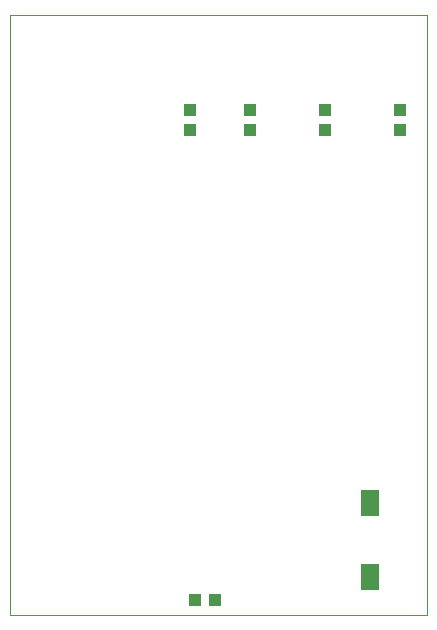
<source format=gtp>
G75*
%MOIN*%
%OFA0B0*%
%FSLAX25Y25*%
%IPPOS*%
%LPD*%
%AMOC8*
5,1,8,0,0,1.08239X$1,22.5*
%
%ADD10C,0.00000*%
%ADD11R,0.04331X0.03937*%
%ADD12R,0.06299X0.09055*%
%ADD13R,0.03937X0.04331*%
D10*
X0001000Y0001000D02*
X0001000Y0200961D01*
X0139701Y0200961D01*
X0139701Y0001000D01*
X0001000Y0001000D01*
D11*
X0061000Y0162654D03*
X0061000Y0169346D03*
X0081000Y0169346D03*
X0081000Y0162654D03*
X0106000Y0162654D03*
X0106000Y0169346D03*
X0131000Y0169346D03*
X0131000Y0162654D03*
D12*
X0121000Y0038402D03*
X0121000Y0013598D03*
D13*
X0069346Y0006000D03*
X0062654Y0006000D03*
M02*

</source>
